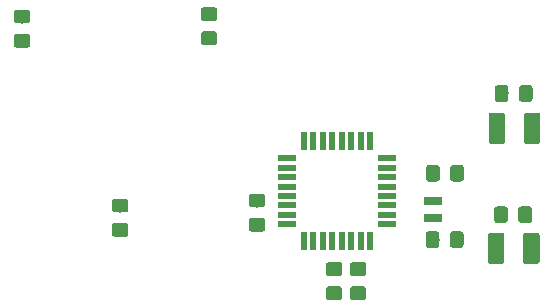
<source format=gbr>
G04 #@! TF.GenerationSoftware,KiCad,Pcbnew,(5.1.4)-1*
G04 #@! TF.CreationDate,2020-03-24T16:39:45-06:00*
G04 #@! TF.ProjectId,Laser_Stripe_Sensor,4c617365-725f-4537-9472-6970655f5365,rev?*
G04 #@! TF.SameCoordinates,Original*
G04 #@! TF.FileFunction,Paste,Top*
G04 #@! TF.FilePolarity,Positive*
%FSLAX46Y46*%
G04 Gerber Fmt 4.6, Leading zero omitted, Abs format (unit mm)*
G04 Created by KiCad (PCBNEW (5.1.4)-1) date 2020-03-24 16:39:45*
%MOMM*%
%LPD*%
G04 APERTURE LIST*
%ADD10R,1.500000X0.800000*%
%ADD11R,1.600000X0.550000*%
%ADD12R,0.550000X1.600000*%
%ADD13C,0.100000*%
%ADD14C,1.150000*%
%ADD15C,1.425000*%
G04 APERTURE END LIST*
D10*
X158496000Y-106426000D03*
X158496000Y-104926000D03*
D11*
X146118000Y-106940000D03*
X146118000Y-106140000D03*
X146118000Y-105340000D03*
X146118000Y-104540000D03*
X146118000Y-103740000D03*
X146118000Y-102940000D03*
X146118000Y-102140000D03*
X146118000Y-101340000D03*
D12*
X147568000Y-99890000D03*
X148368000Y-99890000D03*
X149168000Y-99890000D03*
X149968000Y-99890000D03*
X150768000Y-99890000D03*
X151568000Y-99890000D03*
X152368000Y-99890000D03*
X153168000Y-99890000D03*
D11*
X154618000Y-101340000D03*
X154618000Y-102140000D03*
X154618000Y-102940000D03*
X154618000Y-103740000D03*
X154618000Y-104540000D03*
X154618000Y-105340000D03*
X154618000Y-106140000D03*
X154618000Y-106940000D03*
D12*
X153168000Y-108390000D03*
X152368000Y-108390000D03*
X151568000Y-108390000D03*
X150768000Y-108390000D03*
X149968000Y-108390000D03*
X149168000Y-108390000D03*
X148368000Y-108390000D03*
X147568000Y-108390000D03*
D13*
G36*
X124172505Y-90824404D02*
G01*
X124196773Y-90828004D01*
X124220572Y-90833965D01*
X124243671Y-90842230D01*
X124265850Y-90852720D01*
X124286893Y-90865332D01*
X124306599Y-90879947D01*
X124324777Y-90896423D01*
X124341253Y-90914601D01*
X124355868Y-90934307D01*
X124368480Y-90955350D01*
X124378970Y-90977529D01*
X124387235Y-91000628D01*
X124393196Y-91024427D01*
X124396796Y-91048695D01*
X124398000Y-91073199D01*
X124398000Y-91723201D01*
X124396796Y-91747705D01*
X124393196Y-91771973D01*
X124387235Y-91795772D01*
X124378970Y-91818871D01*
X124368480Y-91841050D01*
X124355868Y-91862093D01*
X124341253Y-91881799D01*
X124324777Y-91899977D01*
X124306599Y-91916453D01*
X124286893Y-91931068D01*
X124265850Y-91943680D01*
X124243671Y-91954170D01*
X124220572Y-91962435D01*
X124196773Y-91968396D01*
X124172505Y-91971996D01*
X124148001Y-91973200D01*
X123247999Y-91973200D01*
X123223495Y-91971996D01*
X123199227Y-91968396D01*
X123175428Y-91962435D01*
X123152329Y-91954170D01*
X123130150Y-91943680D01*
X123109107Y-91931068D01*
X123089401Y-91916453D01*
X123071223Y-91899977D01*
X123054747Y-91881799D01*
X123040132Y-91862093D01*
X123027520Y-91841050D01*
X123017030Y-91818871D01*
X123008765Y-91795772D01*
X123002804Y-91771973D01*
X122999204Y-91747705D01*
X122998000Y-91723201D01*
X122998000Y-91073199D01*
X122999204Y-91048695D01*
X123002804Y-91024427D01*
X123008765Y-91000628D01*
X123017030Y-90977529D01*
X123027520Y-90955350D01*
X123040132Y-90934307D01*
X123054747Y-90914601D01*
X123071223Y-90896423D01*
X123089401Y-90879947D01*
X123109107Y-90865332D01*
X123130150Y-90852720D01*
X123152329Y-90842230D01*
X123175428Y-90833965D01*
X123199227Y-90828004D01*
X123223495Y-90824404D01*
X123247999Y-90823200D01*
X124148001Y-90823200D01*
X124172505Y-90824404D01*
X124172505Y-90824404D01*
G37*
D14*
X123698000Y-91398200D03*
D13*
G36*
X124172505Y-88774404D02*
G01*
X124196773Y-88778004D01*
X124220572Y-88783965D01*
X124243671Y-88792230D01*
X124265850Y-88802720D01*
X124286893Y-88815332D01*
X124306599Y-88829947D01*
X124324777Y-88846423D01*
X124341253Y-88864601D01*
X124355868Y-88884307D01*
X124368480Y-88905350D01*
X124378970Y-88927529D01*
X124387235Y-88950628D01*
X124393196Y-88974427D01*
X124396796Y-88998695D01*
X124398000Y-89023199D01*
X124398000Y-89673201D01*
X124396796Y-89697705D01*
X124393196Y-89721973D01*
X124387235Y-89745772D01*
X124378970Y-89768871D01*
X124368480Y-89791050D01*
X124355868Y-89812093D01*
X124341253Y-89831799D01*
X124324777Y-89849977D01*
X124306599Y-89866453D01*
X124286893Y-89881068D01*
X124265850Y-89893680D01*
X124243671Y-89904170D01*
X124220572Y-89912435D01*
X124196773Y-89918396D01*
X124172505Y-89921996D01*
X124148001Y-89923200D01*
X123247999Y-89923200D01*
X123223495Y-89921996D01*
X123199227Y-89918396D01*
X123175428Y-89912435D01*
X123152329Y-89904170D01*
X123130150Y-89893680D01*
X123109107Y-89881068D01*
X123089401Y-89866453D01*
X123071223Y-89849977D01*
X123054747Y-89831799D01*
X123040132Y-89812093D01*
X123027520Y-89791050D01*
X123017030Y-89768871D01*
X123008765Y-89745772D01*
X123002804Y-89721973D01*
X122999204Y-89697705D01*
X122998000Y-89673201D01*
X122998000Y-89023199D01*
X122999204Y-88998695D01*
X123002804Y-88974427D01*
X123008765Y-88950628D01*
X123017030Y-88927529D01*
X123027520Y-88905350D01*
X123040132Y-88884307D01*
X123054747Y-88864601D01*
X123071223Y-88846423D01*
X123089401Y-88829947D01*
X123109107Y-88815332D01*
X123130150Y-88802720D01*
X123152329Y-88792230D01*
X123175428Y-88783965D01*
X123199227Y-88778004D01*
X123223495Y-88774404D01*
X123247999Y-88773200D01*
X124148001Y-88773200D01*
X124172505Y-88774404D01*
X124172505Y-88774404D01*
G37*
D14*
X123698000Y-89348200D03*
D13*
G36*
X139996705Y-90612204D02*
G01*
X140020973Y-90615804D01*
X140044772Y-90621765D01*
X140067871Y-90630030D01*
X140090050Y-90640520D01*
X140111093Y-90653132D01*
X140130799Y-90667747D01*
X140148977Y-90684223D01*
X140165453Y-90702401D01*
X140180068Y-90722107D01*
X140192680Y-90743150D01*
X140203170Y-90765329D01*
X140211435Y-90788428D01*
X140217396Y-90812227D01*
X140220996Y-90836495D01*
X140222200Y-90860999D01*
X140222200Y-91511001D01*
X140220996Y-91535505D01*
X140217396Y-91559773D01*
X140211435Y-91583572D01*
X140203170Y-91606671D01*
X140192680Y-91628850D01*
X140180068Y-91649893D01*
X140165453Y-91669599D01*
X140148977Y-91687777D01*
X140130799Y-91704253D01*
X140111093Y-91718868D01*
X140090050Y-91731480D01*
X140067871Y-91741970D01*
X140044772Y-91750235D01*
X140020973Y-91756196D01*
X139996705Y-91759796D01*
X139972201Y-91761000D01*
X139072199Y-91761000D01*
X139047695Y-91759796D01*
X139023427Y-91756196D01*
X138999628Y-91750235D01*
X138976529Y-91741970D01*
X138954350Y-91731480D01*
X138933307Y-91718868D01*
X138913601Y-91704253D01*
X138895423Y-91687777D01*
X138878947Y-91669599D01*
X138864332Y-91649893D01*
X138851720Y-91628850D01*
X138841230Y-91606671D01*
X138832965Y-91583572D01*
X138827004Y-91559773D01*
X138823404Y-91535505D01*
X138822200Y-91511001D01*
X138822200Y-90860999D01*
X138823404Y-90836495D01*
X138827004Y-90812227D01*
X138832965Y-90788428D01*
X138841230Y-90765329D01*
X138851720Y-90743150D01*
X138864332Y-90722107D01*
X138878947Y-90702401D01*
X138895423Y-90684223D01*
X138913601Y-90667747D01*
X138933307Y-90653132D01*
X138954350Y-90640520D01*
X138976529Y-90630030D01*
X138999628Y-90621765D01*
X139023427Y-90615804D01*
X139047695Y-90612204D01*
X139072199Y-90611000D01*
X139972201Y-90611000D01*
X139996705Y-90612204D01*
X139996705Y-90612204D01*
G37*
D14*
X139522200Y-91186000D03*
D13*
G36*
X139996705Y-88562204D02*
G01*
X140020973Y-88565804D01*
X140044772Y-88571765D01*
X140067871Y-88580030D01*
X140090050Y-88590520D01*
X140111093Y-88603132D01*
X140130799Y-88617747D01*
X140148977Y-88634223D01*
X140165453Y-88652401D01*
X140180068Y-88672107D01*
X140192680Y-88693150D01*
X140203170Y-88715329D01*
X140211435Y-88738428D01*
X140217396Y-88762227D01*
X140220996Y-88786495D01*
X140222200Y-88810999D01*
X140222200Y-89461001D01*
X140220996Y-89485505D01*
X140217396Y-89509773D01*
X140211435Y-89533572D01*
X140203170Y-89556671D01*
X140192680Y-89578850D01*
X140180068Y-89599893D01*
X140165453Y-89619599D01*
X140148977Y-89637777D01*
X140130799Y-89654253D01*
X140111093Y-89668868D01*
X140090050Y-89681480D01*
X140067871Y-89691970D01*
X140044772Y-89700235D01*
X140020973Y-89706196D01*
X139996705Y-89709796D01*
X139972201Y-89711000D01*
X139072199Y-89711000D01*
X139047695Y-89709796D01*
X139023427Y-89706196D01*
X138999628Y-89700235D01*
X138976529Y-89691970D01*
X138954350Y-89681480D01*
X138933307Y-89668868D01*
X138913601Y-89654253D01*
X138895423Y-89637777D01*
X138878947Y-89619599D01*
X138864332Y-89599893D01*
X138851720Y-89578850D01*
X138841230Y-89556671D01*
X138832965Y-89533572D01*
X138827004Y-89509773D01*
X138823404Y-89485505D01*
X138822200Y-89461001D01*
X138822200Y-88810999D01*
X138823404Y-88786495D01*
X138827004Y-88762227D01*
X138832965Y-88738428D01*
X138841230Y-88715329D01*
X138851720Y-88693150D01*
X138864332Y-88672107D01*
X138878947Y-88652401D01*
X138895423Y-88634223D01*
X138913601Y-88617747D01*
X138933307Y-88603132D01*
X138954350Y-88590520D01*
X138976529Y-88580030D01*
X138999628Y-88571765D01*
X139023427Y-88565804D01*
X139047695Y-88562204D01*
X139072199Y-88561000D01*
X139972201Y-88561000D01*
X139996705Y-88562204D01*
X139996705Y-88562204D01*
G37*
D14*
X139522200Y-89136000D03*
D13*
G36*
X132478305Y-106835404D02*
G01*
X132502573Y-106839004D01*
X132526372Y-106844965D01*
X132549471Y-106853230D01*
X132571650Y-106863720D01*
X132592693Y-106876332D01*
X132612399Y-106890947D01*
X132630577Y-106907423D01*
X132647053Y-106925601D01*
X132661668Y-106945307D01*
X132674280Y-106966350D01*
X132684770Y-106988529D01*
X132693035Y-107011628D01*
X132698996Y-107035427D01*
X132702596Y-107059695D01*
X132703800Y-107084199D01*
X132703800Y-107734201D01*
X132702596Y-107758705D01*
X132698996Y-107782973D01*
X132693035Y-107806772D01*
X132684770Y-107829871D01*
X132674280Y-107852050D01*
X132661668Y-107873093D01*
X132647053Y-107892799D01*
X132630577Y-107910977D01*
X132612399Y-107927453D01*
X132592693Y-107942068D01*
X132571650Y-107954680D01*
X132549471Y-107965170D01*
X132526372Y-107973435D01*
X132502573Y-107979396D01*
X132478305Y-107982996D01*
X132453801Y-107984200D01*
X131553799Y-107984200D01*
X131529295Y-107982996D01*
X131505027Y-107979396D01*
X131481228Y-107973435D01*
X131458129Y-107965170D01*
X131435950Y-107954680D01*
X131414907Y-107942068D01*
X131395201Y-107927453D01*
X131377023Y-107910977D01*
X131360547Y-107892799D01*
X131345932Y-107873093D01*
X131333320Y-107852050D01*
X131322830Y-107829871D01*
X131314565Y-107806772D01*
X131308604Y-107782973D01*
X131305004Y-107758705D01*
X131303800Y-107734201D01*
X131303800Y-107084199D01*
X131305004Y-107059695D01*
X131308604Y-107035427D01*
X131314565Y-107011628D01*
X131322830Y-106988529D01*
X131333320Y-106966350D01*
X131345932Y-106945307D01*
X131360547Y-106925601D01*
X131377023Y-106907423D01*
X131395201Y-106890947D01*
X131414907Y-106876332D01*
X131435950Y-106863720D01*
X131458129Y-106853230D01*
X131481228Y-106844965D01*
X131505027Y-106839004D01*
X131529295Y-106835404D01*
X131553799Y-106834200D01*
X132453801Y-106834200D01*
X132478305Y-106835404D01*
X132478305Y-106835404D01*
G37*
D14*
X132003800Y-107409200D03*
D13*
G36*
X132478305Y-104785404D02*
G01*
X132502573Y-104789004D01*
X132526372Y-104794965D01*
X132549471Y-104803230D01*
X132571650Y-104813720D01*
X132592693Y-104826332D01*
X132612399Y-104840947D01*
X132630577Y-104857423D01*
X132647053Y-104875601D01*
X132661668Y-104895307D01*
X132674280Y-104916350D01*
X132684770Y-104938529D01*
X132693035Y-104961628D01*
X132698996Y-104985427D01*
X132702596Y-105009695D01*
X132703800Y-105034199D01*
X132703800Y-105684201D01*
X132702596Y-105708705D01*
X132698996Y-105732973D01*
X132693035Y-105756772D01*
X132684770Y-105779871D01*
X132674280Y-105802050D01*
X132661668Y-105823093D01*
X132647053Y-105842799D01*
X132630577Y-105860977D01*
X132612399Y-105877453D01*
X132592693Y-105892068D01*
X132571650Y-105904680D01*
X132549471Y-105915170D01*
X132526372Y-105923435D01*
X132502573Y-105929396D01*
X132478305Y-105932996D01*
X132453801Y-105934200D01*
X131553799Y-105934200D01*
X131529295Y-105932996D01*
X131505027Y-105929396D01*
X131481228Y-105923435D01*
X131458129Y-105915170D01*
X131435950Y-105904680D01*
X131414907Y-105892068D01*
X131395201Y-105877453D01*
X131377023Y-105860977D01*
X131360547Y-105842799D01*
X131345932Y-105823093D01*
X131333320Y-105802050D01*
X131322830Y-105779871D01*
X131314565Y-105756772D01*
X131308604Y-105732973D01*
X131305004Y-105708705D01*
X131303800Y-105684201D01*
X131303800Y-105034199D01*
X131305004Y-105009695D01*
X131308604Y-104985427D01*
X131314565Y-104961628D01*
X131322830Y-104938529D01*
X131333320Y-104916350D01*
X131345932Y-104895307D01*
X131360547Y-104875601D01*
X131377023Y-104857423D01*
X131395201Y-104840947D01*
X131414907Y-104826332D01*
X131435950Y-104813720D01*
X131458129Y-104803230D01*
X131481228Y-104794965D01*
X131505027Y-104789004D01*
X131529295Y-104785404D01*
X131553799Y-104784200D01*
X132453801Y-104784200D01*
X132478305Y-104785404D01*
X132478305Y-104785404D01*
G37*
D14*
X132003800Y-105359200D03*
D13*
G36*
X144060705Y-106403604D02*
G01*
X144084973Y-106407204D01*
X144108772Y-106413165D01*
X144131871Y-106421430D01*
X144154050Y-106431920D01*
X144175093Y-106444532D01*
X144194799Y-106459147D01*
X144212977Y-106475623D01*
X144229453Y-106493801D01*
X144244068Y-106513507D01*
X144256680Y-106534550D01*
X144267170Y-106556729D01*
X144275435Y-106579828D01*
X144281396Y-106603627D01*
X144284996Y-106627895D01*
X144286200Y-106652399D01*
X144286200Y-107302401D01*
X144284996Y-107326905D01*
X144281396Y-107351173D01*
X144275435Y-107374972D01*
X144267170Y-107398071D01*
X144256680Y-107420250D01*
X144244068Y-107441293D01*
X144229453Y-107460999D01*
X144212977Y-107479177D01*
X144194799Y-107495653D01*
X144175093Y-107510268D01*
X144154050Y-107522880D01*
X144131871Y-107533370D01*
X144108772Y-107541635D01*
X144084973Y-107547596D01*
X144060705Y-107551196D01*
X144036201Y-107552400D01*
X143136199Y-107552400D01*
X143111695Y-107551196D01*
X143087427Y-107547596D01*
X143063628Y-107541635D01*
X143040529Y-107533370D01*
X143018350Y-107522880D01*
X142997307Y-107510268D01*
X142977601Y-107495653D01*
X142959423Y-107479177D01*
X142942947Y-107460999D01*
X142928332Y-107441293D01*
X142915720Y-107420250D01*
X142905230Y-107398071D01*
X142896965Y-107374972D01*
X142891004Y-107351173D01*
X142887404Y-107326905D01*
X142886200Y-107302401D01*
X142886200Y-106652399D01*
X142887404Y-106627895D01*
X142891004Y-106603627D01*
X142896965Y-106579828D01*
X142905230Y-106556729D01*
X142915720Y-106534550D01*
X142928332Y-106513507D01*
X142942947Y-106493801D01*
X142959423Y-106475623D01*
X142977601Y-106459147D01*
X142997307Y-106444532D01*
X143018350Y-106431920D01*
X143040529Y-106421430D01*
X143063628Y-106413165D01*
X143087427Y-106407204D01*
X143111695Y-106403604D01*
X143136199Y-106402400D01*
X144036201Y-106402400D01*
X144060705Y-106403604D01*
X144060705Y-106403604D01*
G37*
D14*
X143586200Y-106977400D03*
D13*
G36*
X144060705Y-104353604D02*
G01*
X144084973Y-104357204D01*
X144108772Y-104363165D01*
X144131871Y-104371430D01*
X144154050Y-104381920D01*
X144175093Y-104394532D01*
X144194799Y-104409147D01*
X144212977Y-104425623D01*
X144229453Y-104443801D01*
X144244068Y-104463507D01*
X144256680Y-104484550D01*
X144267170Y-104506729D01*
X144275435Y-104529828D01*
X144281396Y-104553627D01*
X144284996Y-104577895D01*
X144286200Y-104602399D01*
X144286200Y-105252401D01*
X144284996Y-105276905D01*
X144281396Y-105301173D01*
X144275435Y-105324972D01*
X144267170Y-105348071D01*
X144256680Y-105370250D01*
X144244068Y-105391293D01*
X144229453Y-105410999D01*
X144212977Y-105429177D01*
X144194799Y-105445653D01*
X144175093Y-105460268D01*
X144154050Y-105472880D01*
X144131871Y-105483370D01*
X144108772Y-105491635D01*
X144084973Y-105497596D01*
X144060705Y-105501196D01*
X144036201Y-105502400D01*
X143136199Y-105502400D01*
X143111695Y-105501196D01*
X143087427Y-105497596D01*
X143063628Y-105491635D01*
X143040529Y-105483370D01*
X143018350Y-105472880D01*
X142997307Y-105460268D01*
X142977601Y-105445653D01*
X142959423Y-105429177D01*
X142942947Y-105410999D01*
X142928332Y-105391293D01*
X142915720Y-105370250D01*
X142905230Y-105348071D01*
X142896965Y-105324972D01*
X142891004Y-105301173D01*
X142887404Y-105276905D01*
X142886200Y-105252401D01*
X142886200Y-104602399D01*
X142887404Y-104577895D01*
X142891004Y-104553627D01*
X142896965Y-104529828D01*
X142905230Y-104506729D01*
X142915720Y-104484550D01*
X142928332Y-104463507D01*
X142942947Y-104443801D01*
X142959423Y-104425623D01*
X142977601Y-104409147D01*
X142997307Y-104394532D01*
X143018350Y-104381920D01*
X143040529Y-104371430D01*
X143063628Y-104363165D01*
X143087427Y-104357204D01*
X143111695Y-104353604D01*
X143136199Y-104352400D01*
X144036201Y-104352400D01*
X144060705Y-104353604D01*
X144060705Y-104353604D01*
G37*
D14*
X143586200Y-104927400D03*
D13*
G36*
X150588505Y-112202204D02*
G01*
X150612773Y-112205804D01*
X150636572Y-112211765D01*
X150659671Y-112220030D01*
X150681850Y-112230520D01*
X150702893Y-112243132D01*
X150722599Y-112257747D01*
X150740777Y-112274223D01*
X150757253Y-112292401D01*
X150771868Y-112312107D01*
X150784480Y-112333150D01*
X150794970Y-112355329D01*
X150803235Y-112378428D01*
X150809196Y-112402227D01*
X150812796Y-112426495D01*
X150814000Y-112450999D01*
X150814000Y-113101001D01*
X150812796Y-113125505D01*
X150809196Y-113149773D01*
X150803235Y-113173572D01*
X150794970Y-113196671D01*
X150784480Y-113218850D01*
X150771868Y-113239893D01*
X150757253Y-113259599D01*
X150740777Y-113277777D01*
X150722599Y-113294253D01*
X150702893Y-113308868D01*
X150681850Y-113321480D01*
X150659671Y-113331970D01*
X150636572Y-113340235D01*
X150612773Y-113346196D01*
X150588505Y-113349796D01*
X150564001Y-113351000D01*
X149663999Y-113351000D01*
X149639495Y-113349796D01*
X149615227Y-113346196D01*
X149591428Y-113340235D01*
X149568329Y-113331970D01*
X149546150Y-113321480D01*
X149525107Y-113308868D01*
X149505401Y-113294253D01*
X149487223Y-113277777D01*
X149470747Y-113259599D01*
X149456132Y-113239893D01*
X149443520Y-113218850D01*
X149433030Y-113196671D01*
X149424765Y-113173572D01*
X149418804Y-113149773D01*
X149415204Y-113125505D01*
X149414000Y-113101001D01*
X149414000Y-112450999D01*
X149415204Y-112426495D01*
X149418804Y-112402227D01*
X149424765Y-112378428D01*
X149433030Y-112355329D01*
X149443520Y-112333150D01*
X149456132Y-112312107D01*
X149470747Y-112292401D01*
X149487223Y-112274223D01*
X149505401Y-112257747D01*
X149525107Y-112243132D01*
X149546150Y-112230520D01*
X149568329Y-112220030D01*
X149591428Y-112211765D01*
X149615227Y-112205804D01*
X149639495Y-112202204D01*
X149663999Y-112201000D01*
X150564001Y-112201000D01*
X150588505Y-112202204D01*
X150588505Y-112202204D01*
G37*
D14*
X150114000Y-112776000D03*
D13*
G36*
X150588505Y-110152204D02*
G01*
X150612773Y-110155804D01*
X150636572Y-110161765D01*
X150659671Y-110170030D01*
X150681850Y-110180520D01*
X150702893Y-110193132D01*
X150722599Y-110207747D01*
X150740777Y-110224223D01*
X150757253Y-110242401D01*
X150771868Y-110262107D01*
X150784480Y-110283150D01*
X150794970Y-110305329D01*
X150803235Y-110328428D01*
X150809196Y-110352227D01*
X150812796Y-110376495D01*
X150814000Y-110400999D01*
X150814000Y-111051001D01*
X150812796Y-111075505D01*
X150809196Y-111099773D01*
X150803235Y-111123572D01*
X150794970Y-111146671D01*
X150784480Y-111168850D01*
X150771868Y-111189893D01*
X150757253Y-111209599D01*
X150740777Y-111227777D01*
X150722599Y-111244253D01*
X150702893Y-111258868D01*
X150681850Y-111271480D01*
X150659671Y-111281970D01*
X150636572Y-111290235D01*
X150612773Y-111296196D01*
X150588505Y-111299796D01*
X150564001Y-111301000D01*
X149663999Y-111301000D01*
X149639495Y-111299796D01*
X149615227Y-111296196D01*
X149591428Y-111290235D01*
X149568329Y-111281970D01*
X149546150Y-111271480D01*
X149525107Y-111258868D01*
X149505401Y-111244253D01*
X149487223Y-111227777D01*
X149470747Y-111209599D01*
X149456132Y-111189893D01*
X149443520Y-111168850D01*
X149433030Y-111146671D01*
X149424765Y-111123572D01*
X149418804Y-111099773D01*
X149415204Y-111075505D01*
X149414000Y-111051001D01*
X149414000Y-110400999D01*
X149415204Y-110376495D01*
X149418804Y-110352227D01*
X149424765Y-110328428D01*
X149433030Y-110305329D01*
X149443520Y-110283150D01*
X149456132Y-110262107D01*
X149470747Y-110242401D01*
X149487223Y-110224223D01*
X149505401Y-110207747D01*
X149525107Y-110193132D01*
X149546150Y-110180520D01*
X149568329Y-110170030D01*
X149591428Y-110161765D01*
X149615227Y-110155804D01*
X149639495Y-110152204D01*
X149663999Y-110151000D01*
X150564001Y-110151000D01*
X150588505Y-110152204D01*
X150588505Y-110152204D01*
G37*
D14*
X150114000Y-110726000D03*
D13*
G36*
X152620505Y-112202204D02*
G01*
X152644773Y-112205804D01*
X152668572Y-112211765D01*
X152691671Y-112220030D01*
X152713850Y-112230520D01*
X152734893Y-112243132D01*
X152754599Y-112257747D01*
X152772777Y-112274223D01*
X152789253Y-112292401D01*
X152803868Y-112312107D01*
X152816480Y-112333150D01*
X152826970Y-112355329D01*
X152835235Y-112378428D01*
X152841196Y-112402227D01*
X152844796Y-112426495D01*
X152846000Y-112450999D01*
X152846000Y-113101001D01*
X152844796Y-113125505D01*
X152841196Y-113149773D01*
X152835235Y-113173572D01*
X152826970Y-113196671D01*
X152816480Y-113218850D01*
X152803868Y-113239893D01*
X152789253Y-113259599D01*
X152772777Y-113277777D01*
X152754599Y-113294253D01*
X152734893Y-113308868D01*
X152713850Y-113321480D01*
X152691671Y-113331970D01*
X152668572Y-113340235D01*
X152644773Y-113346196D01*
X152620505Y-113349796D01*
X152596001Y-113351000D01*
X151695999Y-113351000D01*
X151671495Y-113349796D01*
X151647227Y-113346196D01*
X151623428Y-113340235D01*
X151600329Y-113331970D01*
X151578150Y-113321480D01*
X151557107Y-113308868D01*
X151537401Y-113294253D01*
X151519223Y-113277777D01*
X151502747Y-113259599D01*
X151488132Y-113239893D01*
X151475520Y-113218850D01*
X151465030Y-113196671D01*
X151456765Y-113173572D01*
X151450804Y-113149773D01*
X151447204Y-113125505D01*
X151446000Y-113101001D01*
X151446000Y-112450999D01*
X151447204Y-112426495D01*
X151450804Y-112402227D01*
X151456765Y-112378428D01*
X151465030Y-112355329D01*
X151475520Y-112333150D01*
X151488132Y-112312107D01*
X151502747Y-112292401D01*
X151519223Y-112274223D01*
X151537401Y-112257747D01*
X151557107Y-112243132D01*
X151578150Y-112230520D01*
X151600329Y-112220030D01*
X151623428Y-112211765D01*
X151647227Y-112205804D01*
X151671495Y-112202204D01*
X151695999Y-112201000D01*
X152596001Y-112201000D01*
X152620505Y-112202204D01*
X152620505Y-112202204D01*
G37*
D14*
X152146000Y-112776000D03*
D13*
G36*
X152620505Y-110152204D02*
G01*
X152644773Y-110155804D01*
X152668572Y-110161765D01*
X152691671Y-110170030D01*
X152713850Y-110180520D01*
X152734893Y-110193132D01*
X152754599Y-110207747D01*
X152772777Y-110224223D01*
X152789253Y-110242401D01*
X152803868Y-110262107D01*
X152816480Y-110283150D01*
X152826970Y-110305329D01*
X152835235Y-110328428D01*
X152841196Y-110352227D01*
X152844796Y-110376495D01*
X152846000Y-110400999D01*
X152846000Y-111051001D01*
X152844796Y-111075505D01*
X152841196Y-111099773D01*
X152835235Y-111123572D01*
X152826970Y-111146671D01*
X152816480Y-111168850D01*
X152803868Y-111189893D01*
X152789253Y-111209599D01*
X152772777Y-111227777D01*
X152754599Y-111244253D01*
X152734893Y-111258868D01*
X152713850Y-111271480D01*
X152691671Y-111281970D01*
X152668572Y-111290235D01*
X152644773Y-111296196D01*
X152620505Y-111299796D01*
X152596001Y-111301000D01*
X151695999Y-111301000D01*
X151671495Y-111299796D01*
X151647227Y-111296196D01*
X151623428Y-111290235D01*
X151600329Y-111281970D01*
X151578150Y-111271480D01*
X151557107Y-111258868D01*
X151537401Y-111244253D01*
X151519223Y-111227777D01*
X151502747Y-111209599D01*
X151488132Y-111189893D01*
X151475520Y-111168850D01*
X151465030Y-111146671D01*
X151456765Y-111123572D01*
X151450804Y-111099773D01*
X151447204Y-111075505D01*
X151446000Y-111051001D01*
X151446000Y-110400999D01*
X151447204Y-110376495D01*
X151450804Y-110352227D01*
X151456765Y-110328428D01*
X151465030Y-110305329D01*
X151475520Y-110283150D01*
X151488132Y-110262107D01*
X151502747Y-110242401D01*
X151519223Y-110224223D01*
X151537401Y-110207747D01*
X151557107Y-110193132D01*
X151578150Y-110180520D01*
X151600329Y-110170030D01*
X151623428Y-110161765D01*
X151647227Y-110155804D01*
X151671495Y-110152204D01*
X151695999Y-110151000D01*
X152596001Y-110151000D01*
X152620505Y-110152204D01*
X152620505Y-110152204D01*
G37*
D14*
X152146000Y-110726000D03*
D13*
G36*
X160852105Y-107530604D02*
G01*
X160876373Y-107534204D01*
X160900172Y-107540165D01*
X160923271Y-107548430D01*
X160945450Y-107558920D01*
X160966493Y-107571532D01*
X160986199Y-107586147D01*
X161004377Y-107602623D01*
X161020853Y-107620801D01*
X161035468Y-107640507D01*
X161048080Y-107661550D01*
X161058570Y-107683729D01*
X161066835Y-107706828D01*
X161072796Y-107730627D01*
X161076396Y-107754895D01*
X161077600Y-107779399D01*
X161077600Y-108679401D01*
X161076396Y-108703905D01*
X161072796Y-108728173D01*
X161066835Y-108751972D01*
X161058570Y-108775071D01*
X161048080Y-108797250D01*
X161035468Y-108818293D01*
X161020853Y-108837999D01*
X161004377Y-108856177D01*
X160986199Y-108872653D01*
X160966493Y-108887268D01*
X160945450Y-108899880D01*
X160923271Y-108910370D01*
X160900172Y-108918635D01*
X160876373Y-108924596D01*
X160852105Y-108928196D01*
X160827601Y-108929400D01*
X160177599Y-108929400D01*
X160153095Y-108928196D01*
X160128827Y-108924596D01*
X160105028Y-108918635D01*
X160081929Y-108910370D01*
X160059750Y-108899880D01*
X160038707Y-108887268D01*
X160019001Y-108872653D01*
X160000823Y-108856177D01*
X159984347Y-108837999D01*
X159969732Y-108818293D01*
X159957120Y-108797250D01*
X159946630Y-108775071D01*
X159938365Y-108751972D01*
X159932404Y-108728173D01*
X159928804Y-108703905D01*
X159927600Y-108679401D01*
X159927600Y-107779399D01*
X159928804Y-107754895D01*
X159932404Y-107730627D01*
X159938365Y-107706828D01*
X159946630Y-107683729D01*
X159957120Y-107661550D01*
X159969732Y-107640507D01*
X159984347Y-107620801D01*
X160000823Y-107602623D01*
X160019001Y-107586147D01*
X160038707Y-107571532D01*
X160059750Y-107558920D01*
X160081929Y-107548430D01*
X160105028Y-107540165D01*
X160128827Y-107534204D01*
X160153095Y-107530604D01*
X160177599Y-107529400D01*
X160827601Y-107529400D01*
X160852105Y-107530604D01*
X160852105Y-107530604D01*
G37*
D14*
X160502600Y-108229400D03*
D13*
G36*
X158802105Y-107530604D02*
G01*
X158826373Y-107534204D01*
X158850172Y-107540165D01*
X158873271Y-107548430D01*
X158895450Y-107558920D01*
X158916493Y-107571532D01*
X158936199Y-107586147D01*
X158954377Y-107602623D01*
X158970853Y-107620801D01*
X158985468Y-107640507D01*
X158998080Y-107661550D01*
X159008570Y-107683729D01*
X159016835Y-107706828D01*
X159022796Y-107730627D01*
X159026396Y-107754895D01*
X159027600Y-107779399D01*
X159027600Y-108679401D01*
X159026396Y-108703905D01*
X159022796Y-108728173D01*
X159016835Y-108751972D01*
X159008570Y-108775071D01*
X158998080Y-108797250D01*
X158985468Y-108818293D01*
X158970853Y-108837999D01*
X158954377Y-108856177D01*
X158936199Y-108872653D01*
X158916493Y-108887268D01*
X158895450Y-108899880D01*
X158873271Y-108910370D01*
X158850172Y-108918635D01*
X158826373Y-108924596D01*
X158802105Y-108928196D01*
X158777601Y-108929400D01*
X158127599Y-108929400D01*
X158103095Y-108928196D01*
X158078827Y-108924596D01*
X158055028Y-108918635D01*
X158031929Y-108910370D01*
X158009750Y-108899880D01*
X157988707Y-108887268D01*
X157969001Y-108872653D01*
X157950823Y-108856177D01*
X157934347Y-108837999D01*
X157919732Y-108818293D01*
X157907120Y-108797250D01*
X157896630Y-108775071D01*
X157888365Y-108751972D01*
X157882404Y-108728173D01*
X157878804Y-108703905D01*
X157877600Y-108679401D01*
X157877600Y-107779399D01*
X157878804Y-107754895D01*
X157882404Y-107730627D01*
X157888365Y-107706828D01*
X157896630Y-107683729D01*
X157907120Y-107661550D01*
X157919732Y-107640507D01*
X157934347Y-107620801D01*
X157950823Y-107602623D01*
X157969001Y-107586147D01*
X157988707Y-107571532D01*
X158009750Y-107558920D01*
X158031929Y-107548430D01*
X158055028Y-107540165D01*
X158078827Y-107534204D01*
X158103095Y-107530604D01*
X158127599Y-107529400D01*
X158777601Y-107529400D01*
X158802105Y-107530604D01*
X158802105Y-107530604D01*
G37*
D14*
X158452600Y-108229400D03*
D13*
G36*
X160877505Y-101917204D02*
G01*
X160901773Y-101920804D01*
X160925572Y-101926765D01*
X160948671Y-101935030D01*
X160970850Y-101945520D01*
X160991893Y-101958132D01*
X161011599Y-101972747D01*
X161029777Y-101989223D01*
X161046253Y-102007401D01*
X161060868Y-102027107D01*
X161073480Y-102048150D01*
X161083970Y-102070329D01*
X161092235Y-102093428D01*
X161098196Y-102117227D01*
X161101796Y-102141495D01*
X161103000Y-102165999D01*
X161103000Y-103066001D01*
X161101796Y-103090505D01*
X161098196Y-103114773D01*
X161092235Y-103138572D01*
X161083970Y-103161671D01*
X161073480Y-103183850D01*
X161060868Y-103204893D01*
X161046253Y-103224599D01*
X161029777Y-103242777D01*
X161011599Y-103259253D01*
X160991893Y-103273868D01*
X160970850Y-103286480D01*
X160948671Y-103296970D01*
X160925572Y-103305235D01*
X160901773Y-103311196D01*
X160877505Y-103314796D01*
X160853001Y-103316000D01*
X160202999Y-103316000D01*
X160178495Y-103314796D01*
X160154227Y-103311196D01*
X160130428Y-103305235D01*
X160107329Y-103296970D01*
X160085150Y-103286480D01*
X160064107Y-103273868D01*
X160044401Y-103259253D01*
X160026223Y-103242777D01*
X160009747Y-103224599D01*
X159995132Y-103204893D01*
X159982520Y-103183850D01*
X159972030Y-103161671D01*
X159963765Y-103138572D01*
X159957804Y-103114773D01*
X159954204Y-103090505D01*
X159953000Y-103066001D01*
X159953000Y-102165999D01*
X159954204Y-102141495D01*
X159957804Y-102117227D01*
X159963765Y-102093428D01*
X159972030Y-102070329D01*
X159982520Y-102048150D01*
X159995132Y-102027107D01*
X160009747Y-102007401D01*
X160026223Y-101989223D01*
X160044401Y-101972747D01*
X160064107Y-101958132D01*
X160085150Y-101945520D01*
X160107329Y-101935030D01*
X160130428Y-101926765D01*
X160154227Y-101920804D01*
X160178495Y-101917204D01*
X160202999Y-101916000D01*
X160853001Y-101916000D01*
X160877505Y-101917204D01*
X160877505Y-101917204D01*
G37*
D14*
X160528000Y-102616000D03*
D13*
G36*
X158827505Y-101917204D02*
G01*
X158851773Y-101920804D01*
X158875572Y-101926765D01*
X158898671Y-101935030D01*
X158920850Y-101945520D01*
X158941893Y-101958132D01*
X158961599Y-101972747D01*
X158979777Y-101989223D01*
X158996253Y-102007401D01*
X159010868Y-102027107D01*
X159023480Y-102048150D01*
X159033970Y-102070329D01*
X159042235Y-102093428D01*
X159048196Y-102117227D01*
X159051796Y-102141495D01*
X159053000Y-102165999D01*
X159053000Y-103066001D01*
X159051796Y-103090505D01*
X159048196Y-103114773D01*
X159042235Y-103138572D01*
X159033970Y-103161671D01*
X159023480Y-103183850D01*
X159010868Y-103204893D01*
X158996253Y-103224599D01*
X158979777Y-103242777D01*
X158961599Y-103259253D01*
X158941893Y-103273868D01*
X158920850Y-103286480D01*
X158898671Y-103296970D01*
X158875572Y-103305235D01*
X158851773Y-103311196D01*
X158827505Y-103314796D01*
X158803001Y-103316000D01*
X158152999Y-103316000D01*
X158128495Y-103314796D01*
X158104227Y-103311196D01*
X158080428Y-103305235D01*
X158057329Y-103296970D01*
X158035150Y-103286480D01*
X158014107Y-103273868D01*
X157994401Y-103259253D01*
X157976223Y-103242777D01*
X157959747Y-103224599D01*
X157945132Y-103204893D01*
X157932520Y-103183850D01*
X157922030Y-103161671D01*
X157913765Y-103138572D01*
X157907804Y-103114773D01*
X157904204Y-103090505D01*
X157903000Y-103066001D01*
X157903000Y-102165999D01*
X157904204Y-102141495D01*
X157907804Y-102117227D01*
X157913765Y-102093428D01*
X157922030Y-102070329D01*
X157932520Y-102048150D01*
X157945132Y-102027107D01*
X157959747Y-102007401D01*
X157976223Y-101989223D01*
X157994401Y-101972747D01*
X158014107Y-101958132D01*
X158035150Y-101945520D01*
X158057329Y-101935030D01*
X158080428Y-101926765D01*
X158104227Y-101920804D01*
X158128495Y-101917204D01*
X158152999Y-101916000D01*
X158803001Y-101916000D01*
X158827505Y-101917204D01*
X158827505Y-101917204D01*
G37*
D14*
X158478000Y-102616000D03*
D13*
G36*
X164390004Y-97482204D02*
G01*
X164414273Y-97485804D01*
X164438071Y-97491765D01*
X164461171Y-97500030D01*
X164483349Y-97510520D01*
X164504393Y-97523133D01*
X164524098Y-97537747D01*
X164542277Y-97554223D01*
X164558753Y-97572402D01*
X164573367Y-97592107D01*
X164585980Y-97613151D01*
X164596470Y-97635329D01*
X164604735Y-97658429D01*
X164610696Y-97682227D01*
X164614296Y-97706496D01*
X164615500Y-97731000D01*
X164615500Y-99881000D01*
X164614296Y-99905504D01*
X164610696Y-99929773D01*
X164604735Y-99953571D01*
X164596470Y-99976671D01*
X164585980Y-99998849D01*
X164573367Y-100019893D01*
X164558753Y-100039598D01*
X164542277Y-100057777D01*
X164524098Y-100074253D01*
X164504393Y-100088867D01*
X164483349Y-100101480D01*
X164461171Y-100111970D01*
X164438071Y-100120235D01*
X164414273Y-100126196D01*
X164390004Y-100129796D01*
X164365500Y-100131000D01*
X163440500Y-100131000D01*
X163415996Y-100129796D01*
X163391727Y-100126196D01*
X163367929Y-100120235D01*
X163344829Y-100111970D01*
X163322651Y-100101480D01*
X163301607Y-100088867D01*
X163281902Y-100074253D01*
X163263723Y-100057777D01*
X163247247Y-100039598D01*
X163232633Y-100019893D01*
X163220020Y-99998849D01*
X163209530Y-99976671D01*
X163201265Y-99953571D01*
X163195304Y-99929773D01*
X163191704Y-99905504D01*
X163190500Y-99881000D01*
X163190500Y-97731000D01*
X163191704Y-97706496D01*
X163195304Y-97682227D01*
X163201265Y-97658429D01*
X163209530Y-97635329D01*
X163220020Y-97613151D01*
X163232633Y-97592107D01*
X163247247Y-97572402D01*
X163263723Y-97554223D01*
X163281902Y-97537747D01*
X163301607Y-97523133D01*
X163322651Y-97510520D01*
X163344829Y-97500030D01*
X163367929Y-97491765D01*
X163391727Y-97485804D01*
X163415996Y-97482204D01*
X163440500Y-97481000D01*
X164365500Y-97481000D01*
X164390004Y-97482204D01*
X164390004Y-97482204D01*
G37*
D15*
X163903000Y-98806000D03*
D13*
G36*
X167365004Y-97482204D02*
G01*
X167389273Y-97485804D01*
X167413071Y-97491765D01*
X167436171Y-97500030D01*
X167458349Y-97510520D01*
X167479393Y-97523133D01*
X167499098Y-97537747D01*
X167517277Y-97554223D01*
X167533753Y-97572402D01*
X167548367Y-97592107D01*
X167560980Y-97613151D01*
X167571470Y-97635329D01*
X167579735Y-97658429D01*
X167585696Y-97682227D01*
X167589296Y-97706496D01*
X167590500Y-97731000D01*
X167590500Y-99881000D01*
X167589296Y-99905504D01*
X167585696Y-99929773D01*
X167579735Y-99953571D01*
X167571470Y-99976671D01*
X167560980Y-99998849D01*
X167548367Y-100019893D01*
X167533753Y-100039598D01*
X167517277Y-100057777D01*
X167499098Y-100074253D01*
X167479393Y-100088867D01*
X167458349Y-100101480D01*
X167436171Y-100111970D01*
X167413071Y-100120235D01*
X167389273Y-100126196D01*
X167365004Y-100129796D01*
X167340500Y-100131000D01*
X166415500Y-100131000D01*
X166390996Y-100129796D01*
X166366727Y-100126196D01*
X166342929Y-100120235D01*
X166319829Y-100111970D01*
X166297651Y-100101480D01*
X166276607Y-100088867D01*
X166256902Y-100074253D01*
X166238723Y-100057777D01*
X166222247Y-100039598D01*
X166207633Y-100019893D01*
X166195020Y-99998849D01*
X166184530Y-99976671D01*
X166176265Y-99953571D01*
X166170304Y-99929773D01*
X166166704Y-99905504D01*
X166165500Y-99881000D01*
X166165500Y-97731000D01*
X166166704Y-97706496D01*
X166170304Y-97682227D01*
X166176265Y-97658429D01*
X166184530Y-97635329D01*
X166195020Y-97613151D01*
X166207633Y-97592107D01*
X166222247Y-97572402D01*
X166238723Y-97554223D01*
X166256902Y-97537747D01*
X166276607Y-97523133D01*
X166297651Y-97510520D01*
X166319829Y-97500030D01*
X166342929Y-97491765D01*
X166366727Y-97485804D01*
X166390996Y-97482204D01*
X166415500Y-97481000D01*
X167340500Y-97481000D01*
X167365004Y-97482204D01*
X167365004Y-97482204D01*
G37*
D15*
X166878000Y-98806000D03*
D13*
G36*
X164317004Y-107642204D02*
G01*
X164341273Y-107645804D01*
X164365071Y-107651765D01*
X164388171Y-107660030D01*
X164410349Y-107670520D01*
X164431393Y-107683133D01*
X164451098Y-107697747D01*
X164469277Y-107714223D01*
X164485753Y-107732402D01*
X164500367Y-107752107D01*
X164512980Y-107773151D01*
X164523470Y-107795329D01*
X164531735Y-107818429D01*
X164537696Y-107842227D01*
X164541296Y-107866496D01*
X164542500Y-107891000D01*
X164542500Y-110041000D01*
X164541296Y-110065504D01*
X164537696Y-110089773D01*
X164531735Y-110113571D01*
X164523470Y-110136671D01*
X164512980Y-110158849D01*
X164500367Y-110179893D01*
X164485753Y-110199598D01*
X164469277Y-110217777D01*
X164451098Y-110234253D01*
X164431393Y-110248867D01*
X164410349Y-110261480D01*
X164388171Y-110271970D01*
X164365071Y-110280235D01*
X164341273Y-110286196D01*
X164317004Y-110289796D01*
X164292500Y-110291000D01*
X163367500Y-110291000D01*
X163342996Y-110289796D01*
X163318727Y-110286196D01*
X163294929Y-110280235D01*
X163271829Y-110271970D01*
X163249651Y-110261480D01*
X163228607Y-110248867D01*
X163208902Y-110234253D01*
X163190723Y-110217777D01*
X163174247Y-110199598D01*
X163159633Y-110179893D01*
X163147020Y-110158849D01*
X163136530Y-110136671D01*
X163128265Y-110113571D01*
X163122304Y-110089773D01*
X163118704Y-110065504D01*
X163117500Y-110041000D01*
X163117500Y-107891000D01*
X163118704Y-107866496D01*
X163122304Y-107842227D01*
X163128265Y-107818429D01*
X163136530Y-107795329D01*
X163147020Y-107773151D01*
X163159633Y-107752107D01*
X163174247Y-107732402D01*
X163190723Y-107714223D01*
X163208902Y-107697747D01*
X163228607Y-107683133D01*
X163249651Y-107670520D01*
X163271829Y-107660030D01*
X163294929Y-107651765D01*
X163318727Y-107645804D01*
X163342996Y-107642204D01*
X163367500Y-107641000D01*
X164292500Y-107641000D01*
X164317004Y-107642204D01*
X164317004Y-107642204D01*
G37*
D15*
X163830000Y-108966000D03*
D13*
G36*
X167292004Y-107642204D02*
G01*
X167316273Y-107645804D01*
X167340071Y-107651765D01*
X167363171Y-107660030D01*
X167385349Y-107670520D01*
X167406393Y-107683133D01*
X167426098Y-107697747D01*
X167444277Y-107714223D01*
X167460753Y-107732402D01*
X167475367Y-107752107D01*
X167487980Y-107773151D01*
X167498470Y-107795329D01*
X167506735Y-107818429D01*
X167512696Y-107842227D01*
X167516296Y-107866496D01*
X167517500Y-107891000D01*
X167517500Y-110041000D01*
X167516296Y-110065504D01*
X167512696Y-110089773D01*
X167506735Y-110113571D01*
X167498470Y-110136671D01*
X167487980Y-110158849D01*
X167475367Y-110179893D01*
X167460753Y-110199598D01*
X167444277Y-110217777D01*
X167426098Y-110234253D01*
X167406393Y-110248867D01*
X167385349Y-110261480D01*
X167363171Y-110271970D01*
X167340071Y-110280235D01*
X167316273Y-110286196D01*
X167292004Y-110289796D01*
X167267500Y-110291000D01*
X166342500Y-110291000D01*
X166317996Y-110289796D01*
X166293727Y-110286196D01*
X166269929Y-110280235D01*
X166246829Y-110271970D01*
X166224651Y-110261480D01*
X166203607Y-110248867D01*
X166183902Y-110234253D01*
X166165723Y-110217777D01*
X166149247Y-110199598D01*
X166134633Y-110179893D01*
X166122020Y-110158849D01*
X166111530Y-110136671D01*
X166103265Y-110113571D01*
X166097304Y-110089773D01*
X166093704Y-110065504D01*
X166092500Y-110041000D01*
X166092500Y-107891000D01*
X166093704Y-107866496D01*
X166097304Y-107842227D01*
X166103265Y-107818429D01*
X166111530Y-107795329D01*
X166122020Y-107773151D01*
X166134633Y-107752107D01*
X166149247Y-107732402D01*
X166165723Y-107714223D01*
X166183902Y-107697747D01*
X166203607Y-107683133D01*
X166224651Y-107670520D01*
X166246829Y-107660030D01*
X166269929Y-107651765D01*
X166293727Y-107645804D01*
X166317996Y-107642204D01*
X166342500Y-107641000D01*
X167267500Y-107641000D01*
X167292004Y-107642204D01*
X167292004Y-107642204D01*
G37*
D15*
X166805000Y-108966000D03*
D13*
G36*
X164644105Y-95160804D02*
G01*
X164668373Y-95164404D01*
X164692172Y-95170365D01*
X164715271Y-95178630D01*
X164737450Y-95189120D01*
X164758493Y-95201732D01*
X164778199Y-95216347D01*
X164796377Y-95232823D01*
X164812853Y-95251001D01*
X164827468Y-95270707D01*
X164840080Y-95291750D01*
X164850570Y-95313929D01*
X164858835Y-95337028D01*
X164864796Y-95360827D01*
X164868396Y-95385095D01*
X164869600Y-95409599D01*
X164869600Y-96309601D01*
X164868396Y-96334105D01*
X164864796Y-96358373D01*
X164858835Y-96382172D01*
X164850570Y-96405271D01*
X164840080Y-96427450D01*
X164827468Y-96448493D01*
X164812853Y-96468199D01*
X164796377Y-96486377D01*
X164778199Y-96502853D01*
X164758493Y-96517468D01*
X164737450Y-96530080D01*
X164715271Y-96540570D01*
X164692172Y-96548835D01*
X164668373Y-96554796D01*
X164644105Y-96558396D01*
X164619601Y-96559600D01*
X163969599Y-96559600D01*
X163945095Y-96558396D01*
X163920827Y-96554796D01*
X163897028Y-96548835D01*
X163873929Y-96540570D01*
X163851750Y-96530080D01*
X163830707Y-96517468D01*
X163811001Y-96502853D01*
X163792823Y-96486377D01*
X163776347Y-96468199D01*
X163761732Y-96448493D01*
X163749120Y-96427450D01*
X163738630Y-96405271D01*
X163730365Y-96382172D01*
X163724404Y-96358373D01*
X163720804Y-96334105D01*
X163719600Y-96309601D01*
X163719600Y-95409599D01*
X163720804Y-95385095D01*
X163724404Y-95360827D01*
X163730365Y-95337028D01*
X163738630Y-95313929D01*
X163749120Y-95291750D01*
X163761732Y-95270707D01*
X163776347Y-95251001D01*
X163792823Y-95232823D01*
X163811001Y-95216347D01*
X163830707Y-95201732D01*
X163851750Y-95189120D01*
X163873929Y-95178630D01*
X163897028Y-95170365D01*
X163920827Y-95164404D01*
X163945095Y-95160804D01*
X163969599Y-95159600D01*
X164619601Y-95159600D01*
X164644105Y-95160804D01*
X164644105Y-95160804D01*
G37*
D14*
X164294600Y-95859600D03*
D13*
G36*
X166694105Y-95160804D02*
G01*
X166718373Y-95164404D01*
X166742172Y-95170365D01*
X166765271Y-95178630D01*
X166787450Y-95189120D01*
X166808493Y-95201732D01*
X166828199Y-95216347D01*
X166846377Y-95232823D01*
X166862853Y-95251001D01*
X166877468Y-95270707D01*
X166890080Y-95291750D01*
X166900570Y-95313929D01*
X166908835Y-95337028D01*
X166914796Y-95360827D01*
X166918396Y-95385095D01*
X166919600Y-95409599D01*
X166919600Y-96309601D01*
X166918396Y-96334105D01*
X166914796Y-96358373D01*
X166908835Y-96382172D01*
X166900570Y-96405271D01*
X166890080Y-96427450D01*
X166877468Y-96448493D01*
X166862853Y-96468199D01*
X166846377Y-96486377D01*
X166828199Y-96502853D01*
X166808493Y-96517468D01*
X166787450Y-96530080D01*
X166765271Y-96540570D01*
X166742172Y-96548835D01*
X166718373Y-96554796D01*
X166694105Y-96558396D01*
X166669601Y-96559600D01*
X166019599Y-96559600D01*
X165995095Y-96558396D01*
X165970827Y-96554796D01*
X165947028Y-96548835D01*
X165923929Y-96540570D01*
X165901750Y-96530080D01*
X165880707Y-96517468D01*
X165861001Y-96502853D01*
X165842823Y-96486377D01*
X165826347Y-96468199D01*
X165811732Y-96448493D01*
X165799120Y-96427450D01*
X165788630Y-96405271D01*
X165780365Y-96382172D01*
X165774404Y-96358373D01*
X165770804Y-96334105D01*
X165769600Y-96309601D01*
X165769600Y-95409599D01*
X165770804Y-95385095D01*
X165774404Y-95360827D01*
X165780365Y-95337028D01*
X165788630Y-95313929D01*
X165799120Y-95291750D01*
X165811732Y-95270707D01*
X165826347Y-95251001D01*
X165842823Y-95232823D01*
X165861001Y-95216347D01*
X165880707Y-95201732D01*
X165901750Y-95189120D01*
X165923929Y-95178630D01*
X165947028Y-95170365D01*
X165970827Y-95164404D01*
X165995095Y-95160804D01*
X166019599Y-95159600D01*
X166669601Y-95159600D01*
X166694105Y-95160804D01*
X166694105Y-95160804D01*
G37*
D14*
X166344600Y-95859600D03*
D13*
G36*
X164593305Y-105422404D02*
G01*
X164617573Y-105426004D01*
X164641372Y-105431965D01*
X164664471Y-105440230D01*
X164686650Y-105450720D01*
X164707693Y-105463332D01*
X164727399Y-105477947D01*
X164745577Y-105494423D01*
X164762053Y-105512601D01*
X164776668Y-105532307D01*
X164789280Y-105553350D01*
X164799770Y-105575529D01*
X164808035Y-105598628D01*
X164813996Y-105622427D01*
X164817596Y-105646695D01*
X164818800Y-105671199D01*
X164818800Y-106571201D01*
X164817596Y-106595705D01*
X164813996Y-106619973D01*
X164808035Y-106643772D01*
X164799770Y-106666871D01*
X164789280Y-106689050D01*
X164776668Y-106710093D01*
X164762053Y-106729799D01*
X164745577Y-106747977D01*
X164727399Y-106764453D01*
X164707693Y-106779068D01*
X164686650Y-106791680D01*
X164664471Y-106802170D01*
X164641372Y-106810435D01*
X164617573Y-106816396D01*
X164593305Y-106819996D01*
X164568801Y-106821200D01*
X163918799Y-106821200D01*
X163894295Y-106819996D01*
X163870027Y-106816396D01*
X163846228Y-106810435D01*
X163823129Y-106802170D01*
X163800950Y-106791680D01*
X163779907Y-106779068D01*
X163760201Y-106764453D01*
X163742023Y-106747977D01*
X163725547Y-106729799D01*
X163710932Y-106710093D01*
X163698320Y-106689050D01*
X163687830Y-106666871D01*
X163679565Y-106643772D01*
X163673604Y-106619973D01*
X163670004Y-106595705D01*
X163668800Y-106571201D01*
X163668800Y-105671199D01*
X163670004Y-105646695D01*
X163673604Y-105622427D01*
X163679565Y-105598628D01*
X163687830Y-105575529D01*
X163698320Y-105553350D01*
X163710932Y-105532307D01*
X163725547Y-105512601D01*
X163742023Y-105494423D01*
X163760201Y-105477947D01*
X163779907Y-105463332D01*
X163800950Y-105450720D01*
X163823129Y-105440230D01*
X163846228Y-105431965D01*
X163870027Y-105426004D01*
X163894295Y-105422404D01*
X163918799Y-105421200D01*
X164568801Y-105421200D01*
X164593305Y-105422404D01*
X164593305Y-105422404D01*
G37*
D14*
X164243800Y-106121200D03*
D13*
G36*
X166643305Y-105422404D02*
G01*
X166667573Y-105426004D01*
X166691372Y-105431965D01*
X166714471Y-105440230D01*
X166736650Y-105450720D01*
X166757693Y-105463332D01*
X166777399Y-105477947D01*
X166795577Y-105494423D01*
X166812053Y-105512601D01*
X166826668Y-105532307D01*
X166839280Y-105553350D01*
X166849770Y-105575529D01*
X166858035Y-105598628D01*
X166863996Y-105622427D01*
X166867596Y-105646695D01*
X166868800Y-105671199D01*
X166868800Y-106571201D01*
X166867596Y-106595705D01*
X166863996Y-106619973D01*
X166858035Y-106643772D01*
X166849770Y-106666871D01*
X166839280Y-106689050D01*
X166826668Y-106710093D01*
X166812053Y-106729799D01*
X166795577Y-106747977D01*
X166777399Y-106764453D01*
X166757693Y-106779068D01*
X166736650Y-106791680D01*
X166714471Y-106802170D01*
X166691372Y-106810435D01*
X166667573Y-106816396D01*
X166643305Y-106819996D01*
X166618801Y-106821200D01*
X165968799Y-106821200D01*
X165944295Y-106819996D01*
X165920027Y-106816396D01*
X165896228Y-106810435D01*
X165873129Y-106802170D01*
X165850950Y-106791680D01*
X165829907Y-106779068D01*
X165810201Y-106764453D01*
X165792023Y-106747977D01*
X165775547Y-106729799D01*
X165760932Y-106710093D01*
X165748320Y-106689050D01*
X165737830Y-106666871D01*
X165729565Y-106643772D01*
X165723604Y-106619973D01*
X165720004Y-106595705D01*
X165718800Y-106571201D01*
X165718800Y-105671199D01*
X165720004Y-105646695D01*
X165723604Y-105622427D01*
X165729565Y-105598628D01*
X165737830Y-105575529D01*
X165748320Y-105553350D01*
X165760932Y-105532307D01*
X165775547Y-105512601D01*
X165792023Y-105494423D01*
X165810201Y-105477947D01*
X165829907Y-105463332D01*
X165850950Y-105450720D01*
X165873129Y-105440230D01*
X165896228Y-105431965D01*
X165920027Y-105426004D01*
X165944295Y-105422404D01*
X165968799Y-105421200D01*
X166618801Y-105421200D01*
X166643305Y-105422404D01*
X166643305Y-105422404D01*
G37*
D14*
X166293800Y-106121200D03*
M02*

</source>
